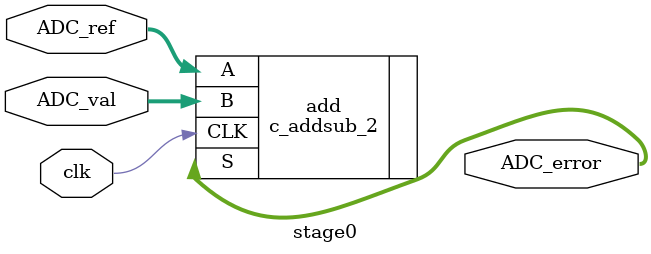
<source format=v>
`timescale 1ns / 1ps


module stage0(clk, ADC_val, ADC_ref, ADC_error);
    input clk;
    input [15:0] ADC_val, ADC_ref;
    output wire [15:0] ADC_error;
    
    c_addsub_2 add (
      .A(ADC_ref),      // input wire [15 : 0] A
      .B(ADC_val),      // input wire [15 : 0] B
      .CLK(clk),  // input wire CLK
      .S(ADC_error)      // output wire [15 : 0] S
    );
    
endmodule

</source>
